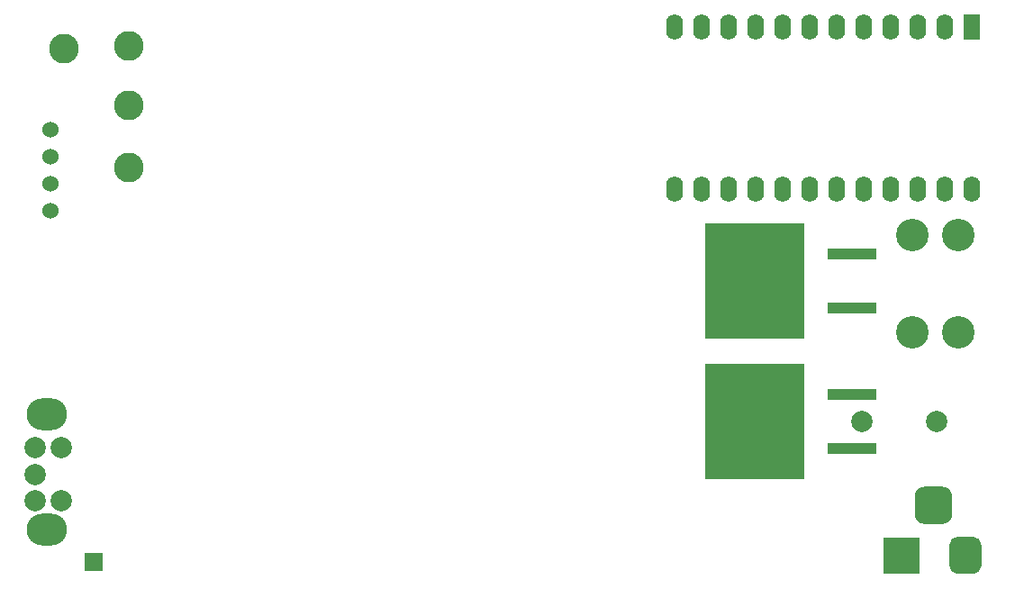
<source format=gbr>
%TF.GenerationSoftware,KiCad,Pcbnew,(5.1.6)-1*%
%TF.CreationDate,2021-01-23T13:54:21+00:00*%
%TF.ProjectId,ninja_iron,6e696e6a-615f-4697-926f-6e2e6b696361,rev?*%
%TF.SameCoordinates,Original*%
%TF.FileFunction,Soldermask,Bot*%
%TF.FilePolarity,Negative*%
%FSLAX46Y46*%
G04 Gerber Fmt 4.6, Leading zero omitted, Abs format (unit mm)*
G04 Created by KiCad (PCBNEW (5.1.6)-1) date 2021-01-23 13:54:21*
%MOMM*%
%LPD*%
G01*
G04 APERTURE LIST*
%ADD10R,9.400000X10.800000*%
%ADD11R,4.600000X1.100000*%
%ADD12R,1.700000X1.700000*%
%ADD13C,3.048000*%
%ADD14R,3.500000X3.500000*%
%ADD15C,1.524000*%
%ADD16C,2.000000*%
%ADD17R,1.600000X2.400000*%
%ADD18O,1.600000X2.400000*%
%ADD19C,2.800000*%
%ADD20O,3.800000X3.000000*%
G04 APERTURE END LIST*
D10*
%TO.C,Q2*%
X240465000Y-67310000D03*
D11*
X249615000Y-69850000D03*
X249615000Y-64770000D03*
%TD*%
D10*
%TO.C,Q1*%
X240465000Y-54102000D03*
D11*
X249615000Y-56642000D03*
X249615000Y-51562000D03*
%TD*%
D12*
%TO.C,J3*%
X178308000Y-80518000D03*
%TD*%
D13*
%TO.C,iron*%
X259588000Y-49784000D03*
X255270000Y-49784000D03*
X259588000Y-58928000D03*
X255270000Y-58928000D03*
%TD*%
D14*
%TO.C,J4*%
X254254000Y-79852000D03*
G36*
G01*
X261754000Y-78852000D02*
X261754000Y-80852000D01*
G75*
G02*
X261004000Y-81602000I-750000J0D01*
G01*
X259504000Y-81602000D01*
G75*
G02*
X258754000Y-80852000I0J750000D01*
G01*
X258754000Y-78852000D01*
G75*
G02*
X259504000Y-78102000I750000J0D01*
G01*
X261004000Y-78102000D01*
G75*
G02*
X261754000Y-78852000I0J-750000D01*
G01*
G37*
G36*
G01*
X259004000Y-74277000D02*
X259004000Y-76027000D01*
G75*
G02*
X258129000Y-76902000I-875000J0D01*
G01*
X256379000Y-76902000D01*
G75*
G02*
X255504000Y-76027000I0J875000D01*
G01*
X255504000Y-74277000D01*
G75*
G02*
X256379000Y-73402000I875000J0D01*
G01*
X258129000Y-73402000D01*
G75*
G02*
X259004000Y-74277000I0J-875000D01*
G01*
G37*
%TD*%
D15*
%TO.C,OLED*%
X174244000Y-47498000D03*
X174244000Y-44958000D03*
X174244000Y-42418000D03*
X174244000Y-39878000D03*
%TD*%
D16*
%TO.C,J6*%
X257556000Y-67310000D03*
X250556000Y-67310000D03*
%TD*%
D17*
%TO.C,U2*%
X260858000Y-30226000D03*
D18*
X232918000Y-45466000D03*
X258318000Y-30226000D03*
X235458000Y-45466000D03*
X255778000Y-30226000D03*
X237998000Y-45466000D03*
X253238000Y-30226000D03*
X240538000Y-45466000D03*
X250698000Y-30226000D03*
X243078000Y-45466000D03*
X248158000Y-30226000D03*
X245618000Y-45466000D03*
X245618000Y-30226000D03*
X248158000Y-45466000D03*
X243078000Y-30226000D03*
X250698000Y-45466000D03*
X240538000Y-30226000D03*
X253238000Y-45466000D03*
X237998000Y-30226000D03*
X255778000Y-45466000D03*
X235458000Y-30226000D03*
X258318000Y-45466000D03*
X232918000Y-30226000D03*
X260858000Y-45466000D03*
%TD*%
D19*
%TO.C,TP1*%
X181610000Y-32004000D03*
%TD*%
%TO.C,TP2*%
X175514000Y-32258000D03*
%TD*%
%TO.C,TP3*%
X181610000Y-37592000D03*
%TD*%
%TO.C,TP4*%
X181610000Y-43434000D03*
%TD*%
D20*
%TO.C,SW1*%
X173944000Y-77432000D03*
X173944000Y-66632000D03*
D16*
X175229000Y-69732000D03*
X175229000Y-74732000D03*
X172794000Y-74732000D03*
X172794000Y-72232000D03*
X172794000Y-69732000D03*
%TD*%
M02*

</source>
